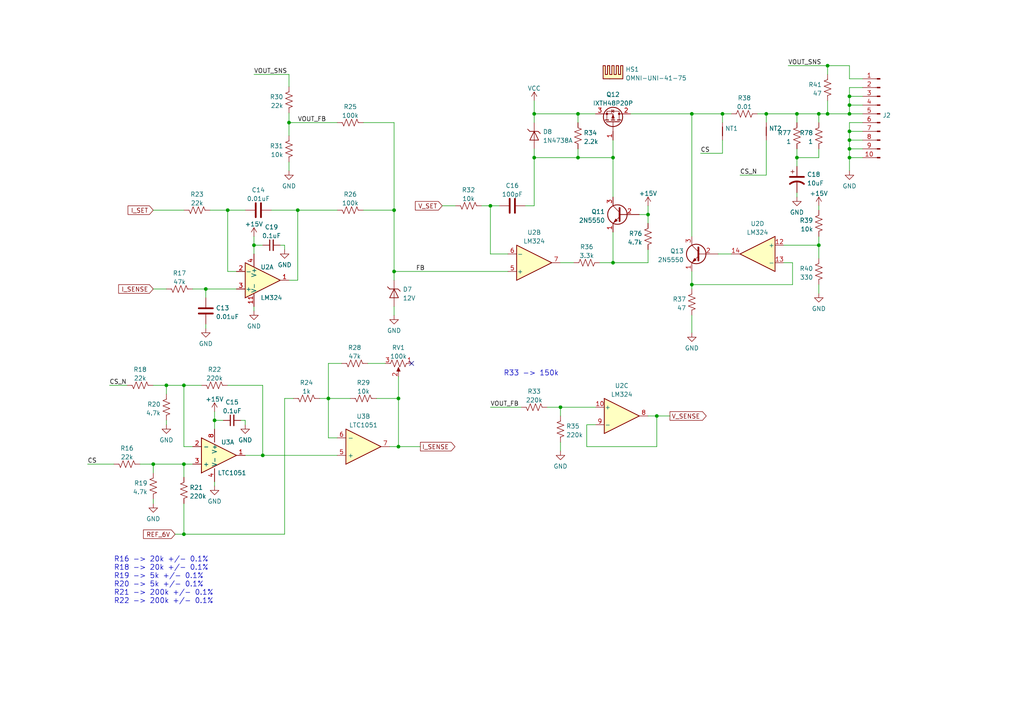
<source format=kicad_sch>
(kicad_sch (version 20211123) (generator eeschema)
  (paper "A4")
  (lib_symbols
    (symbol "Amplifier_Operational:LM324" (pin_names (offset 0.127))
      (property "Reference" "U" (at 0 5.08 0))
      (property "Value" "LM324" (at 0 -5.08 0))
      (symbol "LM324_1_1"
        (polyline (pts (xy -5.08 5.08) (xy 5.08 0) (xy -5.08 -5.08) (xy -5.08 5.08)) (stroke (width 0.254)) (fill (type background)))
        (pin output line (at 7.62 0 180) (length 2.54) (name "~") (number "1"))
        (pin input line (at -7.62 -2.54 0) (length 2.54) (name "-") (number "2"))
        (pin input line (at -7.62 2.54 0) (length 2.54) (name "+") (number "3"))
      )
      (symbol "LM324_2_1"
        (polyline (pts (xy -5.08 5.08) (xy 5.08 0) (xy -5.08 -5.08) (xy -5.08 5.08)) (stroke (width 0.254)) (fill (type background)))
        (pin input line (at -7.62 2.54 0) (length 2.54) (name "+") (number "5"))
        (pin input line (at -7.62 -2.54 0) (length 2.54) (name "-") (number "6"))
        (pin output line (at 7.62 0 180) (length 2.54) (name "~") (number "7"))
      )
      (symbol "LM324_3_1"
        (polyline (pts (xy -5.08 5.08) (xy 5.08 0) (xy -5.08 -5.08) (xy -5.08 5.08)) (stroke (width 0.254)) (fill (type background)))
        (pin input line (at -7.62 2.54 0) (length 2.54) (name "+") (number "10"))
        (pin output line (at 7.62 0 180) (length 2.54) (name "~") (number "8"))
        (pin input line (at -7.62 -2.54 0) (length 2.54) (name "-") (number "9"))
      )
      (symbol "LM324_4_1"
        (polyline (pts (xy -5.08 5.08) (xy 5.08 0) (xy -5.08 -5.08) (xy -5.08 5.08)) (stroke (width 0.254)) (fill (type background)))
        (pin input line (at -7.62 2.54 0) (length 2.54) (name "+") (number "12"))
        (pin input line (at -7.62 -2.54 0) (length 2.54) (name "-") (number "13"))
        (pin output line (at 7.62 0 180) (length 2.54) (name "~") (number "14"))
      )
      (symbol "LM324_5_1"
        (pin power_in line (at -2.54 -7.62 90) (length 3.81) (name "V-") (number "11"))
        (pin power_in line (at -2.54 7.62 270) (length 3.81) (name "V+") (number "4"))
      )
    )
    (symbol "Connector:Conn_01x10_Male" (pin_names (offset 1.016) hide)
      (property "Reference" "J" (at 0 12.7 0))
      (property "Value" "Conn_01x10_Male" (at 0 -15.24 0))
      (symbol "Conn_01x10_Male_1_1"
        (polyline (pts (xy 1.27 -12.7) (xy 0.8636 -12.7)) (stroke (width 0.1524)))
        (polyline (pts (xy 1.27 -10.16) (xy 0.8636 -10.16)) (stroke (width 0.1524)))
        (polyline (pts (xy 1.27 -7.62) (xy 0.8636 -7.62)) (stroke (width 0.1524)))
        (polyline (pts (xy 1.27 -5.08) (xy 0.8636 -5.08)) (stroke (width 0.1524)))
        (polyline (pts (xy 1.27 -2.54) (xy 0.8636 -2.54)) (stroke (width 0.1524)))
        (polyline (pts (xy 1.27 0) (xy 0.8636 0)) (stroke (width 0.1524)))
        (polyline (pts (xy 1.27 2.54) (xy 0.8636 2.54)) (stroke (width 0.1524)))
        (polyline (pts (xy 1.27 5.08) (xy 0.8636 5.08)) (stroke (width 0.1524)))
        (polyline (pts (xy 1.27 7.62) (xy 0.8636 7.62)) (stroke (width 0.1524)))
        (polyline (pts (xy 1.27 10.16) (xy 0.8636 10.16)) (stroke (width 0.1524)))
        (rectangle (start 0.8636 -12.573) (end 0 -12.827) (stroke (width 0.1524)) (fill (type outline)))
        (rectangle (start 0.8636 -10.033) (end 0 -10.287) (stroke (width 0.1524)) (fill (type outline)))
        (rectangle (start 0.8636 -7.493) (end 0 -7.747) (stroke (width 0.1524)) (fill (type outline)))
        (rectangle (start 0.8636 -4.953) (end 0 -5.207) (stroke (width 0.1524)) (fill (type outline)))
        (rectangle (start 0.8636 -2.413) (end 0 -2.667) (stroke (width 0.1524)) (fill (type outline)))
        (rectangle (start 0.8636 0.127) (end 0 -0.127) (stroke (width 0.1524)) (fill (type outline)))
        (rectangle (start 0.8636 2.667) (end 0 2.413) (stroke (width 0.1524)) (fill (type outline)))
        (rectangle (start 0.8636 5.207) (end 0 4.953) (stroke (width 0.1524)) (fill (type outline)))
        (rectangle (start 0.8636 7.747) (end 0 7.493) (stroke (width 0.1524)) (fill (type outline)))
        (rectangle (start 0.8636 10.287) (end 0 10.033) (stroke (width 0.1524)) (fill (type outline)))
        (pin passive line (at 5.08 10.16 180) (length 3.81) (name "Pin_1") (number "1"))
        (pin passive line (at 5.08 -12.7 180) (length 3.81) (name "Pin_10") (number "10"))
        (pin passive line (at 5.08 7.62 180) (length 3.81) (name "Pin_2") (number "2"))
        (pin passive line (at 5.08 5.08 180) (length 3.81) (name "Pin_3") (number "3"))
        (pin passive line (at 5.08 2.54 180) (length 3.81) (name "Pin_4") (number "4"))
        (pin passive line (at 5.08 0 180) (length 3.81) (name "Pin_5") (number "5"))
        (pin passive line (at 5.08 -2.54 180) (length 3.81) (name "Pin_6") (number "6"))
        (pin passive line (at 5.08 -5.08 180) (length 3.81) (name "Pin_7") (number "7"))
        (pin passive line (at 5.08 -7.62 180) (length 3.81) (name "Pin_8") (number "8"))
        (pin passive line (at 5.08 -10.16 180) (length 3.81) (name "Pin_9") (number "9"))
      )
    )
    (symbol "Device:C" (pin_numbers hide) (pin_names (offset 0.254))
      (property "Reference" "C" (at 0.635 2.54 0))
      (property "Value" "C" (at 0.635 -2.54 0))
      (symbol "C_0_1"
        (polyline (pts (xy -2.032 -0.762) (xy 2.032 -0.762)) (stroke (width 0.508)))
        (polyline (pts (xy -2.032 0.762) (xy 2.032 0.762)) (stroke (width 0.508)))
      )
      (symbol "C_1_1"
        (pin passive line (at 0 3.81 270) (length 2.794) (name "~") (number "1"))
        (pin passive line (at 0 -3.81 90) (length 2.794) (name "~") (number "2"))
      )
    )
    (symbol "Device:C_Polarized_US" (pin_numbers hide) (pin_names (offset 0.254) hide)
      (property "Reference" "C" (at 0.635 2.54 0))
      (property "Value" "C_Polarized_US" (at 0.635 -2.54 0))
      (symbol "C_Polarized_US_0_1"
        (polyline (pts (xy -2.032 0.762) (xy 2.032 0.762)) (stroke (width 0.508)))
        (polyline (pts (xy -1.778 2.286) (xy -0.762 2.286)))
        (polyline (pts (xy -1.27 1.778) (xy -1.27 2.794)))
        (arc (start 2.032 -1.27) (mid 0 -0.5572) (end -2.032 -1.27) (stroke (width 0.508)))
      )
      (symbol "C_Polarized_US_1_1"
        (pin passive line (at 0 3.81 270) (length 2.794) (name "~") (number "1"))
        (pin passive line (at 0 -3.81 90) (length 3.302) (name "~") (number "2"))
      )
    )
    (symbol "Device:C_Small" (pin_numbers hide) (pin_names (offset 0.254) hide)
      (property "Reference" "C" (at 0.254 1.778 0))
      (property "Value" "C_Small" (at 0.254 -2.032 0))
      (symbol "C_Small_0_1"
        (polyline (pts (xy -1.524 -0.508) (xy 1.524 -0.508)) (stroke (width 0.3302)))
        (polyline (pts (xy -1.524 0.508) (xy 1.524 0.508)) (stroke (width 0.3048)))
      )
      (symbol "C_Small_1_1"
        (pin passive line (at 0 2.54 270) (length 2.032) (name "~") (number "1"))
        (pin passive line (at 0 -2.54 90) (length 2.032) (name "~") (number "2"))
      )
    )
    (symbol "Device:NetTie_2" (pin_numbers hide) (pin_names (offset 0) hide)
      (property "Reference" "NT" (at 0 1.27 0))
      (property "Value" "NetTie_2" (at 0 -1.27 0))
      (symbol "NetTie_2_0_1"
        (polyline (pts (xy -1.27 0) (xy 1.27 0)) (stroke (width 0.254)))
      )
      (symbol "NetTie_2_1_1"
        (pin passive line (at -2.54 0 0) (length 2.54) (name "1") (number "1"))
        (pin passive line (at 2.54 0 180) (length 2.54) (name "2") (number "2"))
      )
    )
    (symbol "Device:Opamp_Dual"
      (property "Reference" "U" (at 0 5.08 0))
      (property "Value" "Opamp_Dual" (at 0 -5.08 0))
      (symbol "Opamp_Dual_1_1"
        (polyline (pts (xy -5.08 5.08) (xy 5.08 0) (xy -5.08 -5.08) (xy -5.08 5.08)) (stroke (width 0.254)) (fill (type background)))
        (pin output line (at 7.62 0 180) (length 2.54) (name "~") (number "1"))
        (pin input line (at -7.62 -2.54 0) (length 2.54) (name "-") (number "2"))
        (pin input line (at -7.62 2.54 0) (length 2.54) (name "+") (number "3"))
      )
      (symbol "Opamp_Dual_2_1"
        (polyline (pts (xy -5.08 5.08) (xy 5.08 0) (xy -5.08 -5.08) (xy -5.08 5.08)) (stroke (width 0.254)) (fill (type background)))
        (pin input line (at -7.62 2.54 0) (length 2.54) (name "+") (number "5"))
        (pin input line (at -7.62 -2.54 0) (length 2.54) (name "-") (number "6"))
        (pin output line (at 7.62 0 180) (length 2.54) (name "~") (number "7"))
      )
      (symbol "Opamp_Dual_3_1"
        (pin power_in line (at -2.54 -7.62 90) (length 3.81) (name "V-") (number "4"))
        (pin power_in line (at -2.54 7.62 270) (length 3.81) (name "V+") (number "8"))
      )
    )
    (symbol "Device:Q_PMOS_GDS" (pin_names (offset 0) hide)
      (property "Reference" "Q" (at 5.08 1.27 0))
      (property "Value" "Q_PMOS_GDS" (at 5.08 -1.27 0))
      (symbol "Q_PMOS_GDS_0_1"
        (polyline (pts (xy 0.254 0) (xy -2.54 0)))
        (polyline (pts (xy 0.254 1.905) (xy 0.254 -1.905)) (stroke (width 0.254)))
        (polyline (pts (xy 0.762 -1.27) (xy 0.762 -2.286)) (stroke (width 0.254)))
        (polyline (pts (xy 0.762 0.508) (xy 0.762 -0.508)) (stroke (width 0.254)))
        (polyline (pts (xy 0.762 2.286) (xy 0.762 1.27)) (stroke (width 0.254)))
        (polyline (pts (xy 2.54 2.54) (xy 2.54 1.778)))
        (polyline (pts (xy 2.54 -2.54) (xy 2.54 0) (xy 0.762 0)))
        (polyline (pts (xy 0.762 1.778) (xy 3.302 1.778) (xy 3.302 -1.778) (xy 0.762 -1.778)))
        (polyline (pts (xy 2.286 0) (xy 1.27 0.381) (xy 1.27 -0.381) (xy 2.286 0)) (fill (type outline)))
        (polyline (pts (xy 2.794 -0.508) (xy 2.921 -0.381) (xy 3.683 -0.381) (xy 3.81 -0.254)))
        (polyline (pts (xy 3.302 -0.381) (xy 2.921 0.254) (xy 3.683 0.254) (xy 3.302 -0.381)))
        (circle (center 1.651 0) (radius 2.794) (stroke (width 0.254)))
        (circle (center 2.54 -1.778) (radius 0.254) (fill (type outline)))
        (circle (center 2.54 1.778) (radius 0.254) (fill (type outline)))
      )
      (symbol "Q_PMOS_GDS_1_1"
        (pin input line (at -5.08 0 0) (length 2.54) (name "G") (number "1"))
        (pin passive line (at 2.54 5.08 270) (length 2.54) (name "D") (number "2"))
        (pin passive line (at 2.54 -5.08 90) (length 2.54) (name "S") (number "3"))
      )
    )
    (symbol "Device:R_Potentiometer_US" (pin_names (offset 1.016) hide)
      (property "Reference" "RV" (at -4.445 0 90))
      (property "Value" "R_Potentiometer_US" (at -2.54 0 90))
      (symbol "R_Potentiometer_US_0_1"
        (polyline (pts (xy 0 -2.286) (xy 0 -2.54)))
        (polyline (pts (xy 0 2.54) (xy 0 2.286)))
        (polyline (pts (xy 2.54 0) (xy 1.524 0)))
        (polyline (pts (xy 1.143 0) (xy 2.286 0.508) (xy 2.286 -0.508) (xy 1.143 0)) (fill (type outline)))
        (polyline (pts (xy 0 -0.762) (xy 1.016 -1.143) (xy 0 -1.524) (xy -1.016 -1.905) (xy 0 -2.286)))
        (polyline (pts (xy 0 0.762) (xy 1.016 0.381) (xy 0 0) (xy -1.016 -0.381) (xy 0 -0.762)))
        (polyline (pts (xy 0 2.286) (xy 1.016 1.905) (xy 0 1.524) (xy -1.016 1.143) (xy 0 0.762)))
      )
      (symbol "R_Potentiometer_US_1_1"
        (pin passive line (at 0 3.81 270) (length 1.27) (name "1") (number "1"))
        (pin passive line (at 3.81 0 180) (length 1.27) (name "2") (number "2"))
        (pin passive line (at 0 -3.81 90) (length 1.27) (name "3") (number "3"))
      )
    )
    (symbol "Device:R_US" (pin_numbers hide) (pin_names (offset 0))
      (property "Reference" "R" (at 2.54 0 90))
      (property "Value" "R_US" (at -2.54 0 90))
      (symbol "R_US_0_1"
        (polyline (pts (xy 0 -2.286) (xy 0 -2.54)))
        (polyline (pts (xy 0 2.286) (xy 0 2.54)))
        (polyline (pts (xy 0 -0.762) (xy 1.016 -1.143) (xy 0 -1.524) (xy -1.016 -1.905) (xy 0 -2.286)))
        (polyline (pts (xy 0 0.762) (xy 1.016 0.381) (xy 0 0) (xy -1.016 -0.381) (xy 0 -0.762)))
        (polyline (pts (xy 0 2.286) (xy 1.016 1.905) (xy 0 1.524) (xy -1.016 1.143) (xy 0 0.762)))
      )
      (symbol "R_US_1_1"
        (pin passive line (at 0 3.81 270) (length 1.27) (name "~") (number "1"))
        (pin passive line (at 0 -3.81 90) (length 1.27) (name "~") (number "2"))
      )
    )
    (symbol "Mechanical:Heatsink" (pin_names (offset 1.016))
      (property "Reference" "HS" (at 0 5.08 0))
      (property "Value" "Heatsink" (at 0 -1.27 0))
      (symbol "Heatsink_0_1"
        (polyline (pts (xy -0.3302 1.27) (xy -0.9652 1.27) (xy -0.9652 3.81) (xy -1.6002 3.81) (xy -1.6002 1.27) (xy -2.2352 1.27) (xy -2.2352 3.81) (xy -2.8702 3.81) (xy -2.8702 0) (xy -0.9652 0)) (stroke (width 0.254)) (fill (type background)))
        (polyline (pts (xy -0.3302 1.27) (xy -0.3302 3.81) (xy 0.3048 3.81) (xy 0.3048 1.27) (xy 0.9398 1.27) (xy 0.9398 3.81) (xy 1.5748 3.81) (xy 1.5748 1.27) (xy 2.2098 1.27) (xy 2.2098 3.81) (xy 2.8448 3.81) (xy 2.8448 0) (xy -0.9652 0)) (stroke (width 0.254)) (fill (type background)))
      )
    )
    (symbol "Repowered_Devices:D_Zener_Standard" (pin_numbers hide) (pin_names (offset 1.016) hide)
      (property "Reference" "D" (at 0 2.54 0))
      (property "Value" "D_Zener_Standard" (at 0 -2.54 0))
      (symbol "D_Zener_Standard_0_1"
        (polyline (pts (xy -1.905 -1.905) (xy -1.27 -1.27)) (stroke (width 0.2032)))
        (polyline (pts (xy 1.27 0) (xy -1.27 0)))
        (polyline (pts (xy -1.27 -1.27) (xy -1.27 1.143) (xy -0.635 1.778)) (stroke (width 0.2032)))
        (polyline (pts (xy 1.27 -1.27) (xy 1.27 1.27) (xy -1.27 0) (xy 1.27 -1.27)) (stroke (width 0.2032)))
      )
      (symbol "D_Zener_Standard_1_1"
        (pin passive line (at -3.81 0 0) (length 2.54) (name "K") (number "1"))
        (pin passive line (at 3.81 0 180) (length 2.54) (name "A") (number "2"))
      )
    )
    (symbol "Transistor_BJT:2N3904" (pin_names (offset 0) hide)
      (property "Reference" "Q" (at 5.08 1.905 0))
      (property "Value" "2N3904" (at 5.08 0 0))
      (symbol "2N3904_0_1"
        (polyline (pts (xy 0.635 0.635) (xy 2.54 2.54)))
        (polyline (pts (xy 0.635 -0.635) (xy 2.54 -2.54) (xy 2.54 -2.54)))
        (polyline (pts (xy 0.635 1.905) (xy 0.635 -1.905) (xy 0.635 -1.905)) (stroke (width 0.508)))
        (polyline (pts (xy 1.27 -1.778) (xy 1.778 -1.27) (xy 2.286 -2.286) (xy 1.27 -1.778) (xy 1.27 -1.778)) (fill (type outline)))
        (circle (center 1.27 0) (radius 2.8194) (stroke (width 0.254)))
      )
      (symbol "2N3904_1_1"
        (pin passive line (at 2.54 -5.08 90) (length 2.54) (name "E") (number "1"))
        (pin passive line (at -5.08 0 0) (length 5.715) (name "B") (number "2"))
        (pin passive line (at 2.54 5.08 270) (length 2.54) (name "C") (number "3"))
      )
    )
    (symbol "power:+15V" (power) (pin_names (offset 0))
      (property "Value" "+15V" (at 0 3.556 0))
      (symbol "+15V_0_1"
        (polyline (pts (xy -0.762 1.27) (xy 0 2.54)))
        (polyline (pts (xy 0 0) (xy 0 2.54)))
        (polyline (pts (xy 0 2.54) (xy 0.762 1.27)))
      )
      (symbol "+15V_1_1"
        (pin power_in line (at 0 0 90) (length 0) hide (name "+15V") (number "1"))
      )
    )
    (symbol "power:GND" (power) (pin_names (offset 0))
      (property "Value" "GND" (at 0 -3.81 0))
      (symbol "GND_0_1"
        (polyline (pts (xy 0 0) (xy 0 -1.27) (xy 1.27 -1.27) (xy 0 -2.54) (xy -1.27 -1.27) (xy 0 -1.27)))
      )
      (symbol "GND_1_1"
        (pin power_in line (at 0 0 270) (length 0) hide (name "GND") (number "1"))
      )
    )
    (symbol "power:VCC" (power) (pin_names (offset 0))
      (property "Value" "VCC" (at 0 3.81 0))
      (symbol "VCC_0_1"
        (polyline (pts (xy -0.762 1.27) (xy 0 2.54)))
        (polyline (pts (xy 0 0) (xy 0 2.54)))
        (polyline (pts (xy 0 2.54) (xy 0.762 1.27)))
      )
      (symbol "VCC_1_1"
        (pin power_in line (at 0 0 90) (length 0) hide (name "VCC") (number "1"))
      )
    )
  )
  (junction (at 114.3 60.96))
  (junction (at 53.34 111.76))
  (junction (at 231.14 33.02))
  (junction (at 240.03 19.05))
  (junction (at 62.23 121.92))
  (junction (at 187.96 62.23))
  (junction (at 48.26 111.76))
  (junction (at 246.38 45.72))
  (junction (at 95.25 115.57))
  (junction (at 114.3 78.74))
  (junction (at 177.8 76.2))
  (junction (at 115.57 115.57))
  (junction (at 83.82 35.56))
  (junction (at 154.94 45.72))
  (junction (at 246.38 30.48))
  (junction (at 231.14 45.72))
  (junction (at 53.34 154.94))
  (junction (at 76.2 132.08))
  (junction (at 59.69 83.82))
  (junction (at 200.66 33.02))
  (junction (at 177.8 45.72))
  (junction (at 53.34 134.62))
  (junction (at 246.38 33.02))
  (junction (at 86.36 60.96))
  (junction (at 246.38 40.64))
  (junction (at 154.94 33.02))
  (junction (at 66.04 60.96))
  (junction (at 246.38 43.18))
  (junction (at 246.38 38.1))
  (junction (at 222.25 33.02))
  (junction (at 240.03 33.02))
  (junction (at 115.57 129.54))
  (junction (at 167.64 45.72))
  (junction (at 200.66 82.55))
  (junction (at 209.55 33.02))
  (junction (at 237.49 71.12))
  (junction (at 190.5 120.65))
  (junction (at 44.45 134.62))
  (junction (at 167.64 33.02))
  (junction (at 246.38 27.94))
  (junction (at 237.49 33.02))
  (junction (at 162.56 118.11))
  (junction (at 73.66 71.12))
  (junction (at 142.24 59.69))
  (no_connect (at 119.38 105.41))
  (wire (pts (xy 71.12 121.92) (xy 71.12 123.19)))
  (wire (pts (xy 209.55 33.02) (xy 209.55 35.56)))
  (wire (pts (xy 86.36 60.96) (xy 86.36 81.28)))
  (wire (pts (xy 250.19 22.86) (xy 246.38 22.86)))
  (wire (pts (xy 162.56 118.11) (xy 172.72 118.11)))
  (wire (pts (xy 147.32 78.74) (xy 114.3 78.74)))
  (wire (pts (xy 177.8 45.72) (xy 177.8 57.15)))
  (wire (pts (xy 66.04 60.96) (xy 66.04 78.74)))
  (wire (pts (xy 170.18 123.19) (xy 170.18 129.54)))
  (wire (pts (xy 231.14 57.15) (xy 231.14 55.88)))
  (wire (pts (xy 53.34 146.05) (xy 53.34 154.94)))
  (wire (pts (xy 250.19 35.56) (xy 246.38 35.56)))
  (wire (pts (xy 73.66 68.58) (xy 73.66 71.12)))
  (wire (pts (xy 53.34 134.62) (xy 55.88 134.62)))
  (wire (pts (xy 246.38 43.18) (xy 246.38 45.72)))
  (wire (pts (xy 250.19 25.4) (xy 246.38 25.4)))
  (wire (pts (xy 31.75 111.76) (xy 36.83 111.76)))
  (wire (pts (xy 173.99 76.2) (xy 177.8 76.2)))
  (wire (pts (xy 190.5 120.65) (xy 187.96 120.65)))
  (wire (pts (xy 62.23 119.38) (xy 62.23 121.92)))
  (wire (pts (xy 142.24 73.66) (xy 147.32 73.66)))
  (wire (pts (xy 55.88 129.54) (xy 53.34 129.54)))
  (wire (pts (xy 237.49 82.55) (xy 237.49 85.09)))
  (wire (pts (xy 231.14 33.02) (xy 231.14 35.56)))
  (wire (pts (xy 182.88 33.02) (xy 200.66 33.02)))
  (wire (pts (xy 105.41 60.96) (xy 114.3 60.96)))
  (wire (pts (xy 154.94 59.69) (xy 154.94 45.72)))
  (wire (pts (xy 105.41 35.56) (xy 114.3 35.56)))
  (wire (pts (xy 246.38 25.4) (xy 246.38 27.94)))
  (wire (pts (xy 237.49 43.18) (xy 237.49 45.72)))
  (wire (pts (xy 246.38 38.1) (xy 250.19 38.1)))
  (wire (pts (xy 83.82 46.99) (xy 83.82 49.53)))
  (wire (pts (xy 59.69 93.98) (xy 59.69 95.25)))
  (wire (pts (xy 115.57 129.54) (xy 121.92 129.54)))
  (wire (pts (xy 139.7 59.69) (xy 142.24 59.69)))
  (wire (pts (xy 86.36 60.96) (xy 97.79 60.96)))
  (wire (pts (xy 246.38 43.18) (xy 250.19 43.18)))
  (wire (pts (xy 214.63 50.8) (xy 222.25 50.8)))
  (wire (pts (xy 177.8 45.72) (xy 177.8 40.64)))
  (wire (pts (xy 71.12 60.96) (xy 66.04 60.96)))
  (wire (pts (xy 158.75 118.11) (xy 162.56 118.11)))
  (wire (pts (xy 44.45 60.96) (xy 53.34 60.96)))
  (wire (pts (xy 97.79 127) (xy 95.25 127)))
  (wire (pts (xy 142.24 118.11) (xy 151.13 118.11)))
  (wire (pts (xy 167.64 43.18) (xy 167.64 45.72)))
  (wire (pts (xy 154.94 45.72) (xy 167.64 45.72)))
  (wire (pts (xy 62.23 121.92) (xy 62.23 124.46)))
  (wire (pts (xy 128.27 59.69) (xy 132.08 59.69)))
  (wire (pts (xy 250.19 27.94) (xy 246.38 27.94)))
  (wire (pts (xy 240.03 19.05) (xy 240.03 21.59)))
  (wire (pts (xy 177.8 67.31) (xy 177.8 76.2)))
  (wire (pts (xy 78.74 60.96) (xy 86.36 60.96)))
  (wire (pts (xy 200.66 82.55) (xy 200.66 83.82)))
  (wire (pts (xy 81.28 71.12) (xy 82.55 71.12)))
  (wire (pts (xy 167.64 33.02) (xy 167.64 35.56)))
  (wire (pts (xy 152.4 59.69) (xy 154.94 59.69)))
  (wire (pts (xy 44.45 144.78) (xy 44.45 146.05)))
  (wire (pts (xy 246.38 22.86) (xy 246.38 19.05)))
  (wire (pts (xy 209.55 44.45) (xy 203.2 44.45)))
  (wire (pts (xy 48.26 111.76) (xy 48.26 114.3)))
  (wire (pts (xy 83.82 39.37) (xy 83.82 35.56)))
  (wire (pts (xy 229.87 82.55) (xy 200.66 82.55)))
  (wire (pts (xy 231.14 33.02) (xy 237.49 33.02)))
  (wire (pts (xy 115.57 115.57) (xy 115.57 129.54)))
  (wire (pts (xy 83.82 32.7562) (xy 83.82 35.56)))
  (wire (pts (xy 162.56 76.2) (xy 166.37 76.2)))
  (wire (pts (xy 208.28 73.66) (xy 212.09 73.66)))
  (wire (pts (xy 246.38 45.72) (xy 250.19 45.72)))
  (wire (pts (xy 237.49 33.02) (xy 237.49 35.56)))
  (wire (pts (xy 219.71 33.02) (xy 222.25 33.02)))
  (wire (pts (xy 187.96 59.69) (xy 187.96 62.23)))
  (wire (pts (xy 187.96 72.39) (xy 187.96 76.2)))
  (wire (pts (xy 76.2 132.08) (xy 97.79 132.08)))
  (wire (pts (xy 237.49 71.12) (xy 237.49 74.93)))
  (wire (pts (xy 246.38 19.05) (xy 240.03 19.05)))
  (wire (pts (xy 69.85 121.92) (xy 71.12 121.92)))
  (wire (pts (xy 85.09 115.57) (xy 82.55 115.57)))
  (wire (pts (xy 190.5 129.54) (xy 190.5 120.65)))
  (wire (pts (xy 162.56 118.11) (xy 162.56 120.65)))
  (wire (pts (xy 59.69 83.82) (xy 59.69 86.36)))
  (wire (pts (xy 227.33 76.2) (xy 229.87 76.2)))
  (wire (pts (xy 66.04 78.74) (xy 68.58 78.74)))
  (wire (pts (xy 246.38 30.48) (xy 250.19 30.48)))
  (wire (pts (xy 154.94 33.02) (xy 167.64 33.02)))
  (wire (pts (xy 185.42 62.23) (xy 187.96 62.23)))
  (wire (pts (xy 200.66 33.02) (xy 209.55 33.02)))
  (wire (pts (xy 200.66 78.74) (xy 200.66 82.55)))
  (wire (pts (xy 82.55 115.57) (xy 82.55 154.94)))
  (wire (pts (xy 246.38 35.56) (xy 246.38 38.1)))
  (wire (pts (xy 109.22 115.57) (xy 115.57 115.57)))
  (wire (pts (xy 92.71 115.57) (xy 95.25 115.57)))
  (wire (pts (xy 227.33 71.12) (xy 237.49 71.12)))
  (wire (pts (xy 154.94 43.18) (xy 154.94 45.72)))
  (wire (pts (xy 246.38 40.64) (xy 250.19 40.64)))
  (wire (pts (xy 240.03 19.05) (xy 228.6 19.05)))
  (wire (pts (xy 44.45 137.16) (xy 44.45 134.62)))
  (wire (pts (xy 59.69 83.82) (xy 68.58 83.82)))
  (wire (pts (xy 86.36 81.28) (xy 83.82 81.28)))
  (wire (pts (xy 246.38 40.64) (xy 246.38 43.18)))
  (wire (pts (xy 48.26 111.76) (xy 53.34 111.76)))
  (wire (pts (xy 246.38 45.72) (xy 246.38 49.53)))
  (wire (pts (xy 246.38 33.02) (xy 250.19 33.02)))
  (wire (pts (xy 142.24 59.69) (xy 144.78 59.69)))
  (wire (pts (xy 62.23 121.92) (xy 64.77 121.92)))
  (wire (pts (xy 240.03 33.02) (xy 246.38 33.02)))
  (wire (pts (xy 50.8 154.94) (xy 53.34 154.94)))
  (wire (pts (xy 154.94 29.21) (xy 154.94 33.02)))
  (wire (pts (xy 237.49 45.72) (xy 231.14 45.72)))
  (wire (pts (xy 95.25 127) (xy 95.25 115.57)))
  (wire (pts (xy 154.94 33.02) (xy 154.94 35.56)))
  (wire (pts (xy 73.66 71.12) (xy 76.2 71.12)))
  (wire (pts (xy 44.45 111.76) (xy 48.26 111.76)))
  (wire (pts (xy 231.14 43.18) (xy 231.14 45.72)))
  (wire (pts (xy 246.38 30.48) (xy 246.38 33.02)))
  (wire (pts (xy 115.57 129.54) (xy 113.03 129.54)))
  (wire (pts (xy 237.49 33.02) (xy 240.03 33.02)))
  (wire (pts (xy 95.25 115.57) (xy 101.6 115.57)))
  (wire (pts (xy 48.26 121.92) (xy 48.26 123.19)))
  (wire (pts (xy 114.3 78.74) (xy 114.3 60.96)))
  (wire (pts (xy 142.24 59.69) (xy 142.24 73.66)))
  (wire (pts (xy 237.49 59.69) (xy 237.49 60.96)))
  (wire (pts (xy 246.38 38.1) (xy 246.38 40.64)))
  (wire (pts (xy 44.45 134.62) (xy 53.34 134.62)))
  (wire (pts (xy 60.96 60.96) (xy 66.04 60.96)))
  (wire (pts (xy 200.66 91.44) (xy 200.66 96.52)))
  (wire (pts (xy 83.82 35.56) (xy 97.79 35.56)))
  (wire (pts (xy 172.72 123.19) (xy 170.18 123.19)))
  (wire (pts (xy 114.3 78.74) (xy 114.3 81.28)))
  (wire (pts (xy 170.18 129.54) (xy 190.5 129.54)))
  (wire (pts (xy 82.55 71.12) (xy 82.55 72.39)))
  (wire (pts (xy 95.25 105.41) (xy 95.25 115.57)))
  (wire (pts (xy 231.14 45.72) (xy 231.14 48.26)))
  (wire (pts (xy 167.64 33.02) (xy 172.72 33.02)))
  (wire (pts (xy 73.66 71.12) (xy 73.66 73.66)))
  (wire (pts (xy 229.87 76.2) (xy 229.87 82.55)))
  (wire (pts (xy 40.64 134.62) (xy 44.45 134.62)))
  (wire (pts (xy 111.76 105.41) (xy 106.68 105.41)))
  (wire (pts (xy 73.66 21.59) (xy 83.82 21.59)))
  (wire (pts (xy 66.04 111.76) (xy 76.2 111.76)))
  (wire (pts (xy 240.03 29.21) (xy 240.03 33.02)))
  (wire (pts (xy 114.3 88.9) (xy 114.3 91.44)))
  (wire (pts (xy 177.8 76.2) (xy 187.96 76.2)))
  (wire (pts (xy 209.55 33.02) (xy 212.09 33.02)))
  (wire (pts (xy 44.45 83.82) (xy 48.26 83.82)))
  (wire (pts (xy 55.88 83.82) (xy 59.69 83.82)))
  (wire (pts (xy 53.34 138.43) (xy 53.34 134.62)))
  (wire (pts (xy 222.25 33.02) (xy 231.14 33.02)))
  (wire (pts (xy 222.25 40.64) (xy 222.25 50.8)))
  (wire (pts (xy 115.57 109.22) (xy 115.57 115.57)))
  (wire (pts (xy 187.96 62.23) (xy 187.96 64.77)))
  (wire (pts (xy 82.55 154.94) (xy 53.34 154.94)))
  (wire (pts (xy 190.5 120.65) (xy 194.31 120.65)))
  (wire (pts (xy 167.64 45.72) (xy 177.8 45.72)))
  (wire (pts (xy 237.49 68.58) (xy 237.49 71.12)))
  (wire (pts (xy 222.25 33.02) (xy 222.25 35.56)))
  (wire (pts (xy 53.34 111.76) (xy 58.42 111.76)))
  (wire (pts (xy 76.2 111.76) (xy 76.2 132.08)))
  (wire (pts (xy 162.56 128.27) (xy 162.56 130.81)))
  (wire (pts (xy 246.38 27.94) (xy 246.38 30.48)))
  (wire (pts (xy 200.66 33.02) (xy 200.66 68.58)))
  (wire (pts (xy 25.4 134.62) (xy 33.02 134.62)))
  (wire (pts (xy 83.82 21.59) (xy 83.82 25.1362)))
  (wire (pts (xy 209.55 40.64) (xy 209.55 44.45)))
  (wire (pts (xy 53.34 129.54) (xy 53.34 111.76)))
  (wire (pts (xy 114.3 35.56) (xy 114.3 60.96)))
  (wire (pts (xy 73.66 88.9) (xy 73.66 90.17)))
  (wire (pts (xy 62.23 139.7) (xy 62.23 140.97)))
  (wire (pts (xy 99.06 105.41) (xy 95.25 105.41)))
  (wire (pts (xy 71.12 132.08) (xy 76.2 132.08)))
  (text "R33 -> 150k" (at 146.05 109.22 0) (effects (font (size 1.5 1.5)) (justify left bottom)))
  (text "R16 -> 20k +/- 0.1%\nR18 -> 20k +/- 0.1%\nR19 -> 5k +/- 0.1%\nR20 -> 5k +/- 0.1%\nR21 -> 200k +/- 0.1%\nR22 -> 200k +/- 0.1%" (at 33.02 175.26 0) (effects (font (size 1.5 1.5)) (justify left bottom)))
  (label "CS_N" (at 31.75 111.76 0))
  (label "CS" (at 203.2 44.45 0))
  (label "CS_N" (at 214.63 50.8 0))
  (label "CS" (at 25.4 134.62 0))
  (label "FB" (at 120.65 78.74 0))
  (label "VOUT_FB" (at 142.24 118.11 0))
  (label "VOUT_SNS" (at 73.66 21.59 0))
  (label "VOUT_FB" (at 86.36 35.56 0))
  (label "VOUT_SNS" (at 228.6 19.05 0))
  (global_label "V_SENSE" (shape output) (at 194.31 120.65 0) (property "Intersheet References" "${INTERSHEET_REFS}" (effects hide)))
  (global_label "REF_6V" (shape input) (at 50.8 154.94 180) (property "Intersheet References" "${INTERSHEET_REFS}" (effects hide)))
  (global_label "I_SET" (shape input) (at 44.45 60.96 180) (property "Intersheet References" "${INTERSHEET_REFS}" (effects hide)))
  (global_label "I_SENSE" (shape output) (at 121.92 129.54 0) (property "Intersheet References" "${INTERSHEET_REFS}" (effects hide)))
  (global_label "V_SET" (shape input) (at 128.27 59.69 180) (property "Intersheet References" "${INTERSHEET_REFS}" (effects hide)))
  (global_label "I_SENSE" (shape input) (at 44.45 83.82 180) (property "Intersheet References" "${INTERSHEET_REFS}" (effects hide)))
  (symbol (lib_id "power:GND") (at 246.38 49.53 0) (unit 1)
    (property "Reference" "#PWR016" (effects hide))
    (property "Value" "GND" (at 246.38 53.9734 0))
  )
  (symbol (lib_id "Device:R_Potentiometer_US") (at 115.57 105.41 270) (unit 1)
    (property "Reference" "RV1" (at 115.57 100.8212 90))
    (property "Value" "100k" (at 115.57 103.3581 90))
    (property "Footprint" "Potentiometer_THT:Potentiometer_Bourns_3386P_Vertical" (effects hide))
  )
  (symbol (lib_id "Device:R_US") (at 53.34 142.24 0) (mirror y) (unit 1)
    (property "Reference" "R21" (at 54.991 141.4053 0) (effects (justify right)))
    (property "Value" "220k" (at 54.991 143.9422 0) (effects (justify right)))
    (property "Footprint" "Resistor_THT:R_Axial_DIN0207_L6.3mm_D2.5mm_P10.16mm_Horizontal" (effects hide))
  )
  (symbol (lib_id "Device:R_US") (at 200.66 87.63 0) (mirror y) (unit 1)
    (property "Reference" "R37" (at 199.009 86.7953 0) (effects (justify left)))
    (property "Value" "47" (at 199.009 89.3322 0) (effects (justify left)))
    (property "Footprint" "Resistor_THT:R_Axial_DIN0207_L6.3mm_D2.5mm_P10.16mm_Horizontal" (effects hide))
  )
  (symbol (lib_id "power:GND") (at 62.23 140.97 0) (unit 1)
    (property "Reference" "#PWR0138" (effects hide))
    (property "Value" "GND" (at 62.23 145.4134 0))
  )
  (symbol (lib_id "Device:R_US") (at 44.45 140.97 0) (mirror x) (unit 1)
    (property "Reference" "R19" (at 42.7991 140.1353 0) (effects (justify right)))
    (property "Value" "4.7k" (at 42.7991 142.6722 0) (effects (justify right)))
    (property "Footprint" "Resistor_THT:R_Axial_DIN0207_L6.3mm_D2.5mm_P10.16mm_Horizontal" (effects hide))
  )
  (symbol (lib_id "Device:C_Small") (at 67.31 121.92 90) (unit 1)
    (property "Reference" "C15" (at 67.3163 116.6581 90))
    (property "Value" "0.1uF" (at 67.3163 119.195 90))
    (property "Footprint" "Capacitor_THT:C_Disc_D5.0mm_W2.5mm_P2.50mm" (effects hide))
  )
  (symbol (lib_id "Device:R_US") (at 101.6 60.96 270) (mirror x) (unit 1)
    (property "Reference" "R26" (at 101.6 56.3712 90))
    (property "Value" "100k" (at 101.6 58.9081 90))
    (property "Footprint" "Resistor_THT:R_Axial_DIN0207_L6.3mm_D2.5mm_P10.16mm_Horizontal" (effects hide))
  )
  (symbol (lib_id "power:+15V") (at 237.49 59.69 0) (unit 1)
    (property "Reference" "#PWR0145" (effects hide))
    (property "Value" "+15V" (at 237.49 56.1142 0))
  )
  (symbol (lib_id "Device:R_US") (at 57.15 60.96 270) (mirror x) (unit 1)
    (property "Reference" "R23" (at 57.15 56.3712 90))
    (property "Value" "22k" (at 57.15 58.9081 90))
    (property "Footprint" "Resistor_THT:R_Axial_DIN0207_L6.3mm_D2.5mm_P10.16mm_Horizontal" (effects hide))
  )
  (symbol (lib_id "Device:R_US") (at 62.23 111.76 270) (mirror x) (unit 1)
    (property "Reference" "R22" (at 62.23 107.1712 90))
    (property "Value" "220k" (at 62.23 109.7081 90))
    (property "Footprint" "Resistor_THT:R_Axial_DIN0207_L6.3mm_D2.5mm_P10.16mm_Horizontal" (effects hide))
  )
  (symbol (lib_id "power:GND") (at 200.66 96.52 0) (unit 1)
    (property "Reference" "#PWR0141" (effects hide))
    (property "Value" "GND" (at 200.66 100.9634 0))
  )
  (symbol (lib_id "Device:NetTie_2") (at 222.25 38.1 90) (unit 1)
    (property "Reference" "NT2" (at 223.012 37.2653 90) (effects (justify right)))
    (property "Value" "NetTie_2" (effects hide))
    (property "Footprint" "NetTie:NetTie-2_SMD_Pad0.5mm" (effects hide))
  )
  (symbol (lib_id "Device:C") (at 74.93 60.96 90) (mirror x) (unit 1)
    (property "Reference" "C14" (at 74.93 55.1012 90))
    (property "Value" "0.01uF" (at 74.93 57.6381 90))
    (property "Footprint" "Capacitor_THT:C_Disc_D7.0mm_W2.5mm_P5.00mm" (effects hide))
  )
  (symbol (lib_id "power:GND") (at 71.12 123.19 0) (unit 1)
    (property "Reference" "#PWR012" (effects hide))
    (property "Value" "GND" (at 71.12 127.6334 0))
  )
  (symbol (lib_id "Transistor_BJT:2N3904") (at 203.2 73.66 0) (mirror y) (unit 1)
    (property "Reference" "Q13" (at 198.3487 72.8253 0) (effects (justify left)))
    (property "Value" "2N5550" (at 198.3487 75.3622 0) (effects (justify left)))
    (property "Footprint" "Package_TO_SOT_THT:TO-92_Inline_Wide" (effects hide))
    (property "Datasheet" "https://www.onsemi.com/pub/Collateral/2N3903-D.PDF" (effects hide))
  )
  (symbol (lib_id "Device:R_US") (at 154.94 118.11 270) (mirror x) (unit 1)
    (property "Reference" "R33" (at 154.94 113.5212 90))
    (property "Value" "220k" (at 154.94 116.0581 90))
    (property "Footprint" "Resistor_THT:R_Axial_DIN0207_L6.3mm_D2.5mm_P10.16mm_Horizontal" (effects hide))
  )
  (symbol (lib_id "power:VCC") (at 154.94 29.21 0) (unit 1)
    (property "Reference" "#PWR013" (effects hide))
    (property "Value" "VCC" (at 154.94 25.6342 0))
  )
  (symbol (lib_id "Device:R_US") (at 36.83 134.62 270) (mirror x) (unit 1)
    (property "Reference" "R16" (at 36.83 130.0312 90))
    (property "Value" "22k" (at 36.83 132.5681 90))
    (property "Footprint" "Resistor_THT:R_Axial_DIN0207_L6.3mm_D2.5mm_P10.16mm_Horizontal" (effects hide))
  )
  (symbol (lib_id "Device:C_Polarized_US") (at 231.14 52.07 0) (unit 1)
    (property "Reference" "C18" (at 234.061 50.6003 0) (effects (justify left)))
    (property "Value" "10uF" (at 234.061 53.1372 0) (effects (justify left)))
    (property "Footprint" "Capacitor_THT:CP_Radial_D5.0mm_P2.50mm" (effects hide))
  )
  (symbol (lib_id "Device:R_US") (at 88.9 115.57 270) (mirror x) (unit 1)
    (property "Reference" "R24" (at 88.9 110.9812 90))
    (property "Value" "1k" (at 88.9 113.5181 90))
    (property "Footprint" "Resistor_THT:R_Axial_DIN0207_L6.3mm_D2.5mm_P10.16mm_Horizontal" (effects hide))
  )
  (symbol (lib_id "Amplifier_Operational:LM324") (at 154.94 76.2 0) (mirror x) (unit 2)
    (property "Reference" "U2" (at 154.94 67.4202 0))
    (property "Value" "LM324" (at 154.94 69.9571 0))
    (property "Footprint" "Package_DIP:DIP-14_W7.62mm" (effects hide))
    (property "Datasheet" "http://www.ti.com/lit/ds/symlink/lm2902-n.pdf" (effects hide))
  )
  (symbol (lib_id "Device:R_US") (at 170.18 76.2 90) (unit 1)
    (property "Reference" "R36" (at 170.18 71.6112 90))
    (property "Value" "3.3k" (at 170.18 74.1481 90))
    (property "Footprint" "Resistor_THT:R_Axial_DIN0207_L6.3mm_D2.5mm_P10.16mm_Horizontal" (effects hide))
  )
  (symbol (lib_id "power:GND") (at 162.56 130.81 0) (unit 1)
    (property "Reference" "#PWR044" (effects hide))
    (property "Value" "GND" (at 162.56 135.2534 0))
  )
  (symbol (lib_id "Device:C") (at 148.59 59.69 90) (mirror x) (unit 1)
    (property "Reference" "C16" (at 148.59 53.8312 90))
    (property "Value" "100pF" (at 148.59 56.3681 90))
    (property "Footprint" "Capacitor_THT:C_Disc_D5.0mm_W2.5mm_P2.50mm" (effects hide))
  )
  (symbol (lib_id "Device:R_US") (at 105.41 115.57 270) (mirror x) (unit 1)
    (property "Reference" "R29" (at 105.41 110.9812 90))
    (property "Value" "10k" (at 105.41 113.5181 90))
    (property "Footprint" "Resistor_THT:R_Axial_DIN0207_L6.3mm_D2.5mm_P10.16mm_Horizontal" (effects hide))
  )
  (symbol (lib_id "Connector:Conn_01x10_Male") (at 255.27 33.02 0) (mirror y) (unit 1)
    (property "Reference" "J2" (at 255.9812 33.4553 0) (effects (justify right)))
    (property "Value" "Conn_01x10_Male" (effects hide))
    (property "Footprint" "Connector_PinHeader_2.54mm:PinHeader_1x10_P2.54mm_Horizontal" (effects hide))
  )
  (symbol (lib_id "Device:R_US") (at 48.26 118.11 0) (mirror x) (unit 1)
    (property "Reference" "R20" (at 46.6091 117.2753 0) (effects (justify right)))
    (property "Value" "4.7k" (at 46.6091 119.8122 0) (effects (justify right)))
    (property "Footprint" "Resistor_THT:R_Axial_DIN0207_L6.3mm_D2.5mm_P10.16mm_Horizontal" (effects hide))
  )
  (symbol (lib_id "power:GND") (at 44.45 146.05 0) (unit 1)
    (property "Reference" "#PWR0142" (effects hide))
    (property "Value" "GND" (at 44.45 150.4934 0))
  )
  (symbol (lib_id "Device:C_Small") (at 78.74 71.12 90) (unit 1)
    (property "Reference" "C19" (at 78.7463 65.8581 90))
    (property "Value" "0.1uF" (at 78.7463 68.395 90))
    (property "Footprint" "Capacitor_THT:C_Disc_D5.0mm_W2.5mm_P2.50mm" (effects hide))
  )
  (symbol (lib_id "Device:Opamp_Dual") (at 64.77 132.08 0) (unit 3)
    (property "Reference" "U3" (effects hide))
    (property "Value" "LTC1051" (effects hide))
    (property "Footprint" "Package_DIP:DIP-8_W7.62mm" (effects hide))
  )
  (symbol (lib_id "Device:R_US") (at 187.96 68.58 0) (mirror x) (unit 1)
    (property "Reference" "R76" (at 186.3091 67.7453 0) (effects (justify right)))
    (property "Value" "4.7k" (at 186.3091 70.2822 0) (effects (justify right)))
    (property "Footprint" "Resistor_THT:R_Axial_DIN0207_L6.3mm_D2.5mm_P10.16mm_Horizontal" (effects hide))
  )
  (symbol (lib_id "power:+15V") (at 73.66 68.58 0) (unit 1)
    (property "Reference" "#PWR014" (effects hide))
    (property "Value" "+15V" (at 73.66 65.0042 0))
  )
  (symbol (lib_id "Device:R_US") (at 101.6 35.56 270) (mirror x) (unit 1)
    (property "Reference" "R25" (at 101.6 30.9712 90))
    (property "Value" "100k" (at 101.6 33.5081 90))
    (property "Footprint" "Resistor_THT:R_Axial_DIN0207_L6.3mm_D2.5mm_P10.16mm_Horizontal" (effects hide))
  )
  (symbol (lib_id "Device:R_US") (at 40.64 111.76 270) (mirror x) (unit 1)
    (property "Reference" "R18" (at 40.64 107.1712 90))
    (property "Value" "22k" (at 40.64 109.7081 90))
    (property "Footprint" "Resistor_THT:R_Axial_DIN0207_L6.3mm_D2.5mm_P10.16mm_Horizontal" (effects hide))
  )
  (symbol (lib_id "power:GND") (at 237.49 85.09 0) (unit 1)
    (property "Reference" "#PWR0144" (effects hide))
    (property "Value" "GND" (at 237.49 89.5334 0))
  )
  (symbol (lib_id "Amplifier_Operational:LM324") (at 76.2 81.28 0) (mirror x) (unit 1)
    (property "Reference" "U2" (at 77.47 77.47 0))
    (property "Value" "LM324" (at 78.74 86.36 0))
    (property "Footprint" "Package_DIP:DIP-14_W7.62mm" (effects hide))
    (property "Datasheet" "http://www.ti.com/lit/ds/symlink/lm2902-n.pdf" (effects hide))
  )
  (symbol (lib_id "Repowered_Devices:D_Zener_Standard") (at 154.94 39.37 270) (unit 1)
    (property "Reference" "D8" (at 157.4546 38.2178 90) (effects (justify left)))
    (property "Value" "1N4738A" (at 157.4546 40.7547 90) (effects (justify left)))
    (property "Footprint" "Diode_THT:D_DO-41_SOD81_P10.16mm_Horizontal" (effects hide))
  )
  (symbol (lib_id "Device:NetTie_2") (at 209.55 38.1 90) (unit 1)
    (property "Reference" "NT1" (at 210.312 37.2653 90) (effects (justify right)))
    (property "Value" "NetTie_2" (effects hide))
    (property "Footprint" "NetTie:NetTie-2_SMD_Pad0.5mm" (effects hide))
  )
  (symbol (lib_id "Device:R_US") (at 167.64 39.37 0) (unit 1)
    (property "Reference" "R34" (at 169.291 38.5353 0) (effects (justify left)))
    (property "Value" "2.2k" (at 169.291 41.0722 0) (effects (justify left)))
    (property "Footprint" "Resistor_THT:R_Axial_DIN0207_L6.3mm_D2.5mm_P10.16mm_Horizontal" (effects hide))
  )
  (symbol (lib_id "Transistor_BJT:2N3904") (at 180.34 62.23 0) (mirror y) (unit 1)
    (property "Reference" "Q11" (at 175.4887 61.3953 0) (effects (justify left)))
    (property "Value" "2N5550" (at 175.4887 63.9322 0) (effects (justify left)))
    (property "Footprint" "Package_TO_SOT_THT:TO-92_Inline_Wide" (effects hide))
    (property "Datasheet" "https://www.onsemi.com/pub/Collateral/2N3903-D.PDF" (effects hide))
  )
  (symbol (lib_id "Device:Q_PMOS_GDS") (at 177.8 35.56 270) (mirror x) (unit 1)
    (property "Reference" "Q12" (at 177.8 27.4152 90))
    (property "Value" "IXTH48P20P" (at 177.8 29.9521 90))
    (property "Footprint" "Package_TO_SOT_THT:TO-247-3_Vertical" (effects hide))
  )
  (symbol (lib_id "Device:R_US") (at 237.49 39.37 0) (mirror y) (unit 1)
    (property "Reference" "R78" (at 235.839 38.5353 0) (effects (justify left)))
    (property "Value" "1" (at 235.839 41.0722 0) (effects (justify left)))
    (property "Footprint" "Resistor_THT:R_Axial_DIN0207_L6.3mm_D2.5mm_P10.16mm_Horizontal" (effects hide))
  )
  (symbol (lib_id "power:GND") (at 82.55 72.39 0) (unit 1)
    (property "Reference" "#PWR015" (effects hide))
    (property "Value" "GND" (at 82.55 76.8334 0))
  )
  (symbol (lib_id "Device:R_US") (at 215.9 33.02 90) (unit 1)
    (property "Reference" "R38" (at 215.9 28.4312 90))
    (property "Value" "0.01" (at 215.9 30.9681 90))
    (property "Footprint" "Resistor_THT:R_Bare_Metal_Element_L16.3mm_W4.8mm_P15.30mm" (effects hide))
    (property "MFG_PN" "BR3FB10L0" (effects hide))
  )
  (symbol (lib_id "Repowered_Devices:D_Zener_Standard") (at 114.3 85.09 270) (unit 1)
    (property "Reference" "D7" (at 116.8146 83.9378 90) (effects (justify left)))
    (property "Value" "12V" (at 116.8146 86.4747 90) (effects (justify left)))
    (property "Footprint" "Diode_THT:D_DO-41_SOD81_P10.16mm_Horizontal" (effects hide))
  )
  (symbol (lib_id "Device:Opamp_Dual") (at 63.5 132.08 0) (mirror x) (unit 1)
    (property "Reference" "U3" (at 66.04 128.27 0))
    (property "Value" "LTC1051" (at 67.31 137.16 0))
    (property "Footprint" "Package_DIP:DIP-8_W7.62mm" (effects hide))
  )
  (symbol (lib_id "power:GND") (at 59.69 95.25 0) (unit 1)
    (property "Reference" "#PWR0132" (effects hide))
    (property "Value" "GND" (at 59.69 99.6934 0))
  )
  (symbol (lib_id "Device:R_US") (at 162.56 124.46 0) (mirror y) (unit 1)
    (property "Reference" "R35" (at 164.211 123.6253 0) (effects (justify right)))
    (property "Value" "220k" (at 164.211 126.1622 0) (effects (justify right)))
    (property "Footprint" "Resistor_THT:R_Axial_DIN0207_L6.3mm_D2.5mm_P10.16mm_Horizontal" (effects hide))
  )
  (symbol (lib_id "power:GND") (at 83.82 49.53 0) (unit 1)
    (property "Reference" "#PWR0135" (effects hide))
    (property "Value" "GND" (at 83.82 53.9734 0))
  )
  (symbol (lib_id "Device:R_US") (at 135.89 59.69 270) (mirror x) (unit 1)
    (property "Reference" "R32" (at 135.89 55.1012 90))
    (property "Value" "10k" (at 135.89 57.6381 90))
    (property "Footprint" "Resistor_THT:R_Axial_DIN0207_L6.3mm_D2.5mm_P10.16mm_Horizontal" (effects hide))
  )
  (symbol (lib_id "Mechanical:Heatsink") (at 177.8 22.86 0) (unit 1)
    (property "Reference" "HS1" (at 181.4068 20.1203 0) (effects (justify left)))
    (property "Value" "OMNI-UNI-41-75" (at 181.4068 22.6572 0) (effects (justify left)))
    (property "Footprint" "Repowered_Heat_Sinks:Wakefield_Vette_OMNI-UNI-41-75" (effects hide))
  )
  (symbol (lib_id "power:+15V") (at 62.23 119.38 0) (unit 1)
    (property "Reference" "#PWR010" (effects hide))
    (property "Value" "+15V" (at 62.23 115.8042 0))
  )
  (symbol (lib_id "Amplifier_Operational:LM324") (at 180.34 120.65 0) (unit 3)
    (property "Reference" "U2" (at 180.34 111.8702 0))
    (property "Value" "LM324" (at 180.34 114.4071 0))
    (property "Footprint" "Package_DIP:DIP-14_W7.62mm" (effects hide))
    (property "Datasheet" "http://www.ti.com/lit/ds/symlink/lm2902-n.pdf" (effects hide))
  )
  (symbol (lib_id "power:GND") (at 48.26 123.19 0) (unit 1)
    (property "Reference" "#PWR0143" (effects hide))
    (property "Value" "GND" (at 48.26 127.6334 0))
  )
  (symbol (lib_id "Device:Opamp_Dual") (at 105.41 129.54 0) (mirror x) (unit 2)
    (property "Reference" "U3" (at 105.41 120.7602 0))
    (property "Value" "LTC1051" (at 105.41 123.2971 0))
    (property "Footprint" "Package_DIP:DIP-8_W7.62mm" (effects hide))
  )
  (symbol (lib_id "Device:R_US") (at 240.03 25.4 0) (mirror y) (unit 1)
    (property "Reference" "R41" (at 238.379 24.5653 0) (effects (justify left)))
    (property "Value" "47" (at 238.379 27.1022 0) (effects (justify left)))
    (property "Footprint" "Resistor_THT:R_Axial_DIN0207_L6.3mm_D2.5mm_P10.16mm_Horizontal" (effects hide))
  )
  (symbol (lib_id "Device:C") (at 59.69 90.17 0) (mirror y) (unit 1)
    (property "Reference" "C13" (at 62.611 89.3353 0) (effects (justify right)))
    (property "Value" "0.01uF" (at 62.611 91.8722 0) (effects (justify right)))
    (property "Footprint" "Capacitor_THT:C_Disc_D7.0mm_W2.5mm_P5.00mm" (effects hide))
  )
  (symbol (lib_id "power:GND") (at 114.3 91.44 0) (unit 1)
    (property "Reference" "#PWR046" (effects hide))
    (property "Value" "GND" (at 114.3 95.8834 0))
  )
  (symbol (lib_id "Device:R_US") (at 102.87 105.41 270) (mirror x) (unit 1)
    (property "Reference" "R28" (at 102.87 100.8212 90))
    (property "Value" "47k" (at 102.87 103.3581 90))
    (property "Footprint" "Resistor_THT:R_Axial_DIN0207_L6.3mm_D2.5mm_P10.16mm_Horizontal" (effects hide))
  )
  (symbol (lib_id "Amplifier_Operational:LM324") (at 76.2 81.28 0) (unit 5)
    (property "Reference" "U2" (effects hide))
    (property "Value" "LM324" (effects hide))
    (property "Footprint" "Package_DIP:DIP-14_W7.62mm" (effects hide))
    (property "Datasheet" "http://www.ti.com/lit/ds/symlink/lm2902-n.pdf" (effects hide))
  )
  (symbol (lib_id "power:GND") (at 231.14 57.15 0) (unit 1)
    (property "Reference" "#PWR049" (effects hide))
    (property "Value" "GND" (at 231.14 61.5934 0))
  )
  (symbol (lib_id "Device:R_US") (at 52.07 83.82 270) (mirror x) (unit 1)
    (property "Reference" "R17" (at 52.07 79.2312 90))
    (property "Value" "47k" (at 52.07 81.7681 90))
    (property "Footprint" "Resistor_THT:R_Axial_DIN0207_L6.3mm_D2.5mm_P10.16mm_Horizontal" (effects hide))
  )
  (symbol (lib_id "Device:R_US") (at 83.82 28.9462 0) (mirror x) (unit 1)
    (property "Reference" "R30" (at 82.1691 28.1115 0) (effects (justify right)))
    (property "Value" "22k" (at 82.1691 30.6484 0) (effects (justify right)))
    (property "Footprint" "Resistor_THT:R_Axial_DIN0207_L6.3mm_D2.5mm_P10.16mm_Horizontal" (effects hide))
  )
  (symbol (lib_id "Amplifier_Operational:LM324") (at 219.71 73.66 0) (mirror y) (unit 4)
    (property "Reference" "U2" (at 219.71 64.8802 0))
    (property "Value" "LM324" (at 219.71 67.4171 0))
    (property "Footprint" "Package_DIP:DIP-14_W7.62mm" (effects hide))
    (property "Datasheet" "http://www.ti.com/lit/ds/symlink/lm2902-n.pdf" (effects hide))
  )
  (symbol (lib_id "power:GND") (at 73.66 90.17 0) (unit 1)
    (property "Reference" "#PWR011" (effects hide))
    (property "Value" "GND" (at 73.66 94.6134 0))
  )
  (symbol (lib_id "power:+15V") (at 187.96 59.69 0) (unit 1)
    (property "Reference" "#PWR045" (effects hide))
    (property "Value" "+15V" (at 187.96 56.1142 0))
  )
  (symbol (lib_id "Device:R_US") (at 83.82 43.18 0) (mirror x) (unit 1)
    (property "Reference" "R31" (at 82.1691 42.3453 0) (effects (justify right)))
    (property "Value" "10k" (at 82.1691 44.8822 0) (effects (justify right)))
    (property "Footprint" "Resistor_THT:R_Axial_DIN0207_L6.3mm_D2.5mm_P10.16mm_Horizontal" (effects hide))
  )
  (symbol (lib_id "Device:R_US") (at 237.49 78.74 0) (mirror x) (unit 1)
    (property "Reference" "R40" (at 235.8391 77.9053 0) (effects (justify right)))
    (property "Value" "330" (at 235.8391 80.4422 0) (effects (justify right)))
    (property "Footprint" "Resistor_THT:R_Axial_DIN0207_L6.3mm_D2.5mm_P10.16mm_Horizontal" (effects hide))
  )
  (symbol (lib_id "Device:R_US") (at 231.14 39.37 0) (mirror y) (unit 1)
    (property "Reference" "R77" (at 229.489 38.5353 0) (effects (justify left)))
    (property "Value" "1" (at 229.489 41.0722 0) (effects (justify left)))
    (property "Footprint" "Resistor_THT:R_Axial_DIN0207_L6.3mm_D2.5mm_P10.16mm_Horizontal" (effects hide))
  )
  (symbol (lib_id "Device:R_US") (at 237.49 64.77 0) (mirror x) (unit 1)
    (property "Reference" "R39" (at 235.8391 63.9353 0) (effects (justify right)))
    (property "Value" "10k" (at 235.8391 66.4722 0) (effects (justify right)))
    (property "Footprint" "Resistor_THT:R_Axial_DIN0207_L6.3mm_D2.5mm_P10.16mm_Horizontal" (effects hide))
  )
)
</source>
